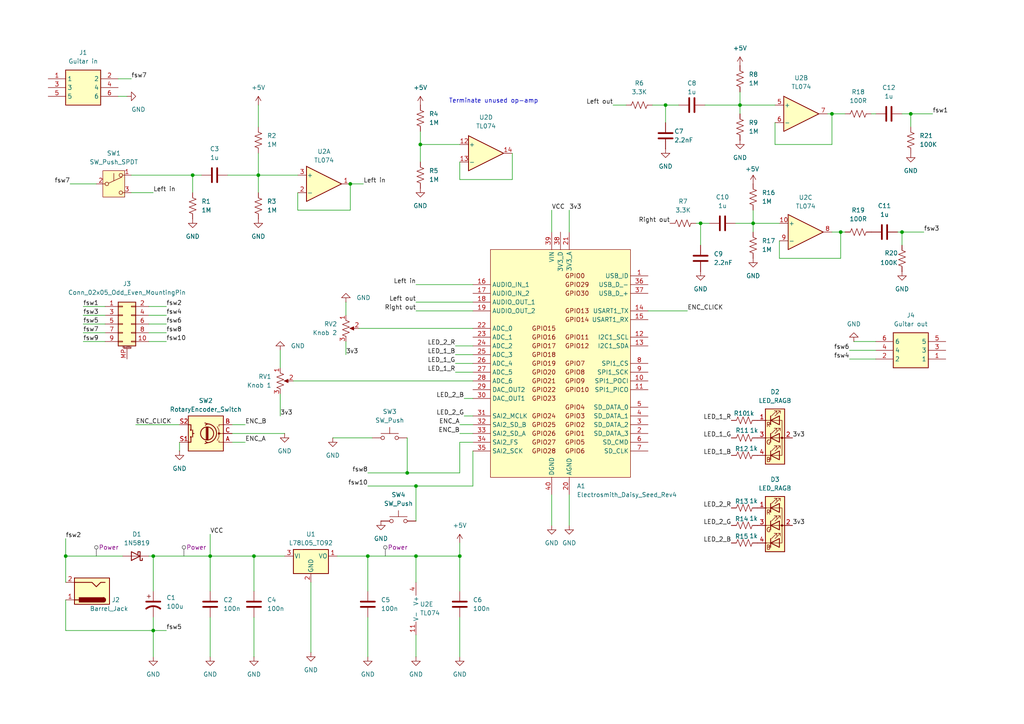
<source format=kicad_sch>
(kicad_sch (version 20250114) (generator "eeschema") (generator_version "9.0")
  (paper "A4")
  (title_block (title "Podal") (date "2025-09-17") (rev "0.6"))
  (lib_symbols
    (symbol "+5V_1" (power) (pin_numbers (hide yes)) (pin_names (offset 0) (hide yes))
      (property "Value" "+5V" (at 0 3.556 0))
      (symbol "+5V_1_1_1"
        (pin power_in line (at 0 0 90) (length 0) (name "~") (number "1"))
      )
    )
    (symbol "+5V_2" (power) (pin_numbers (hide yes)) (pin_names (offset 0) (hide yes))
      (property "Value" "+5V" (at 0 3.556 0))
      (symbol "+5V_2_1_1"
        (pin power_in line (at 0 0 90) (length 0) (name "~") (number "1"))
      )
    )
    (symbol "+5V_3" (power) (pin_numbers (hide yes)) (pin_names (offset 0) (hide yes))
      (property "Value" "+5V" (at 0 3.556 0))
      (symbol "+5V_3_1_1"
        (pin power_in line (at 0 0 90) (length 0) (name "~") (number "1"))
      )
    )
    (symbol "+5V_4" (power) (pin_numbers (hide yes)) (pin_names (offset 0) (hide yes))
      (property "Value" "+5V" (at 0 3.556 0))
      (symbol "+5V_4_1_1"
        (pin power_in line (at 0 0 90) (length 0) (name "~") (number "1"))
      )
    )
    (symbol "Amplifier_Operational:TL074" (pin_names (offset 0.127))
      (property "Reference" "U" (at 0 5.08 0))
      (property "Value" "TL074" (at 0 -5.08 0))
      (symbol "TL074_1_1"
        (pin input line (at -7.62 2.54 0) (length 2.54) (name "+") (number "3"))
        (pin input line (at -7.62 -2.54 0) (length 2.54) (name "-") (number "2"))
        (pin output line (at 7.62 0 180) (length 2.54) (name "~") (number "1"))
      )
      (symbol "TL074_2_1"
        (pin input line (at -7.62 2.54 0) (length 2.54) (name "+") (number "5"))
        (pin input line (at -7.62 -2.54 0) (length 2.54) (name "-") (number "6"))
        (pin output line (at 7.62 0 180) (length 2.54) (name "~") (number "7"))
      )
      (symbol "TL074_3_1"
        (pin input line (at -7.62 2.54 0) (length 2.54) (name "+") (number "10"))
        (pin input line (at -7.62 -2.54 0) (length 2.54) (name "-") (number "9"))
        (pin output line (at 7.62 0 180) (length 2.54) (name "~") (number "8"))
      )
      (symbol "TL074_4_1"
        (pin input line (at -7.62 2.54 0) (length 2.54) (name "+") (number "12"))
        (pin input line (at -7.62 -2.54 0) (length 2.54) (name "-") (number "13"))
        (pin output line (at 7.62 0 180) (length 2.54) (name "~") (number "14"))
      )
      (symbol "TL074_5_1"
        (pin power_in line (at -2.54 7.62 270) (length 3.81) (name "V+") (number "4"))
        (pin power_in line (at -2.54 -7.62 90) (length 3.81) (name "V-") (number "11"))
      )
    )
    (symbol "Connector:Barrel_Jack" (pin_names (offset 1.016))
      (property "Reference" "J" (at 0 5.334 0))
      (property "Value" "Barrel_Jack" (at 0 -5.08 0))
      (symbol "Barrel_Jack_1_1"
        (pin passive line (at 7.62 2.54 180) (length 2.54) (name "~") (number "1"))
        (pin passive line (at 7.62 -2.54 180) (length 2.54) (name "~") (number "2"))
      )
    )
    (symbol "Connector_Generic_MountingPin:Conn_02x05_Odd_Even_MountingPin" (pin_names (offset 1.016) (hide yes))
      (property "Reference" "J" (at 1.27 7.62 0))
      (property "Value" "Conn_02x05_Odd_Even_MountingPin" (at 2.54 -7.62 0))
      (symbol "Conn_02x05_Odd_Even_MountingPin_1_1"
        (text "Mounting" (at 1.27 -6.731 0) (effects (font (size 0.381 0.381))))
        (pin passive line (at -5.08 5.08 0) (length 3.81) (name "Pin_1") (number "1"))
        (pin passive line (at -5.08 2.54 0) (length 3.81) (name "Pin_3") (number "3"))
        (pin passive line (at -5.08 0 0) (length 3.81) (name "Pin_5") (number "5"))
        (pin passive line (at -5.08 -2.54 0) (length 3.81) (name "Pin_7") (number "7"))
        (pin passive line (at -5.08 -5.08 0) (length 3.81) (name "Pin_9") (number "9"))
        (pin passive line (at 1.27 -10.16 90) (length 3.048) (name "MountPin") (number "MP"))
        (pin passive line (at 7.62 5.08 180) (length 3.81) (name "Pin_2") (number "2"))
        (pin passive line (at 7.62 2.54 180) (length 3.81) (name "Pin_4") (number "4"))
        (pin passive line (at 7.62 0 180) (length 3.81) (name "Pin_6") (number "6"))
        (pin passive line (at 7.62 -2.54 180) (length 3.81) (name "Pin_8") (number "8"))
        (pin passive line (at 7.62 -5.08 180) (length 3.81) (name "Pin_10") (number "10"))
      )
    )
    (symbol "Device:C" (pin_numbers (hide yes)) (pin_names (offset 0.254))
      (property "Reference" "C" (at 0.635 2.54 0))
      (property "Value" "C" (at 0.635 -2.54 0))
      (symbol "C_1_1"
        (pin passive line (at 0 3.81 270) (length 2.794) (name "~") (number "1"))
        (pin passive line (at 0 -3.81 90) (length 2.794) (name "~") (number "2"))
      )
    )
    (symbol "Device:C_Polarized_US" (pin_numbers (hide yes)) (pin_names (offset 0.254) (hide yes))
      (property "Reference" "C" (at 0.635 2.54 0))
      (property "Value" "C_Polarized_US" (at 0.635 -2.54 0))
      (symbol "C_Polarized_US_1_1"
        (pin passive line (at 0 3.81 270) (length 2.794) (name "~") (number "1"))
        (pin passive line (at 0 -3.81 90) (length 3.302) (name "~") (number "2"))
      )
    )
    (symbol "Device:LED_RAGB" (pin_names (offset 0) (hide yes))
      (property "Reference" "D" (at 0 9.398 0))
      (property "Value" "LED_RAGB" (at 0 -8.89 0))
      (symbol "LED_RAGB_0_0"
        (text "R" (at -1.905 3.81 0) (effects (font (size 1.27 1.27))))
        (text "G" (at -1.905 -1.27 0) (effects (font (size 1.27 1.27))))
        (text "B" (at -1.905 -6.35 0) (effects (font (size 1.27 1.27))))
      )
      (symbol "LED_RAGB_1_1"
        (pin passive line (at -5.08 5.08 0) (length 2.54) (name "RK") (number "1"))
        (pin passive line (at -5.08 0 0) (length 2.54) (name "GK") (number "3"))
        (pin passive line (at -5.08 -5.08 0) (length 2.54) (name "BK") (number "4"))
        (pin passive line (at 5.08 0 180) (length 2.54) (name "A") (number "2"))
      )
    )
    (symbol "Device:R_Potentiometer_US" (pin_names (offset 1.016) (hide yes))
      (property "Reference" "RV" (at -4.445 0 90))
      (property "Value" "R_Potentiometer_US" (at -2.54 0 90))
      (symbol "R_Potentiometer_US_1_1"
        (pin passive line (at 0 3.81 270) (length 1.27) (name "1") (number "1"))
        (pin passive line (at 0 -3.81 90) (length 1.27) (name "3") (number "3"))
        (pin passive line (at 3.81 0 180) (length 1.27) (name "2") (number "2"))
      )
    )
    (symbol "Device:R_US" (pin_numbers (hide yes)) (pin_names (offset 0))
      (property "Reference" "R" (at 2.54 0 90))
      (property "Value" "R_US" (at -2.54 0 90))
      (symbol "R_US_1_1"
        (pin passive line (at 0 3.81 270) (length 1.27) (name "~") (number "1"))
        (pin passive line (at 0 -3.81 90) (length 1.27) (name "~") (number "2"))
      )
    )
    (symbol "Device:RotaryEncoder_Switch" (pin_names (offset 0.254) (hide yes))
      (property "Reference" "SW" (at 0 6.604 0))
      (property "Value" "RotaryEncoder_Switch" (at 0 -6.604 0))
      (symbol "RotaryEncoder_Switch_1_1"
        (pin passive line (at -7.62 2.54 0) (length 2.54) (name "A") (number "A"))
        (pin passive line (at -7.62 0 0) (length 2.54) (name "C") (number "C"))
        (pin passive line (at -7.62 -2.54 0) (length 2.54) (name "B") (number "B"))
        (pin passive line (at 7.62 2.54 180) (length 2.54) (name "S1") (number "S1"))
        (pin passive line (at 7.62 -2.54 180) (length 2.54) (name "S2") (number "S2"))
      )
    )
    (symbol "Diode:1N5819" (pin_numbers (hide yes)) (pin_names (offset 1.016) (hide yes))
      (property "Reference" "D" (at 0 2.54 0))
      (property "Value" "1N5819" (at 0 -2.54 0))
      (symbol "1N5819_1_1"
        (pin passive line (at -3.81 0 0) (length 2.54) (name "K") (number "1"))
        (pin passive line (at 3.81 0 180) (length 2.54) (name "A") (number "2"))
      )
    )
    (symbol "GND_1" (power) (pin_numbers (hide yes)) (pin_names (offset 0) (hide yes))
      (property "Value" "GND" (at 0 -3.81 0))
      (symbol "GND_1_1_1"
        (pin power_in line (at 0 0 270) (length 0) (name "~") (number "1"))
      )
    )
    (symbol "GND_10" (power) (pin_numbers (hide yes)) (pin_names (offset 0) (hide yes))
      (property "Value" "GND" (at 0 -3.81 0))
      (symbol "GND_10_1_1"
        (pin power_in line (at 0 0 270) (length 0) (name "~") (number "1"))
      )
    )
    (symbol "GND_11" (power) (pin_numbers (hide yes)) (pin_names (offset 0) (hide yes))
      (property "Value" "GND" (at 0 -3.81 0))
      (symbol "GND_11_1_1"
        (pin power_in line (at 0 0 270) (length 0) (name "~") (number "1"))
      )
    )
    (symbol "GND_12" (power) (pin_numbers (hide yes)) (pin_names (offset 0) (hide yes))
      (property "Value" "GND" (at 0 -3.81 0))
      (symbol "GND_12_1_1"
        (pin power_in line (at 0 0 270) (length 0) (name "~") (number "1"))
      )
    )
    (symbol "GND_13" (power) (pin_numbers (hide yes)) (pin_names (offset 0) (hide yes))
      (property "Value" "GND" (at 0 -3.81 0))
      (symbol "GND_13_1_1"
        (pin power_in line (at 0 0 270) (length 0) (name "~") (number "1"))
      )
    )
    (symbol "GND_15" (power) (pin_numbers (hide yes)) (pin_names (offset 0) (hide yes))
      (property "Value" "GND" (at 0 -3.81 0))
      (symbol "GND_15_1_1"
        (pin power_in line (at 0 0 270) (length 0) (name "~") (number "1"))
      )
    )
    (symbol "GND_16" (power) (pin_numbers (hide yes)) (pin_names (offset 0) (hide yes))
      (property "Value" "GND" (at 0 -3.81 0))
      (symbol "GND_16_1_1"
        (pin power_in line (at 0 0 270) (length 0) (name "~") (number "1"))
      )
    )
    (symbol "GND_17" (power) (pin_numbers (hide yes)) (pin_names (offset 0) (hide yes))
      (property "Value" "GND" (at 0 -3.81 0))
      (symbol "GND_17_1_1"
        (pin power_in line (at 0 0 270) (length 0) (name "~") (number "1"))
      )
    )
    (symbol "GND_18" (power) (pin_numbers (hide yes)) (pin_names (offset 0) (hide yes))
      (property "Value" "GND" (at 0 -3.81 0))
      (symbol "GND_18_1_1"
        (pin power_in line (at 0 0 270) (length 0) (name "~") (number "1"))
      )
    )
    (symbol "GND_19" (power) (pin_numbers (hide yes)) (pin_names (offset 0) (hide yes))
      (property "Value" "GND" (at 0 -3.81 0))
      (symbol "GND_19_1_1"
        (pin power_in line (at 0 0 270) (length 0) (name "~") (number "1"))
      )
    )
    (symbol "GND_2" (power) (pin_numbers (hide yes)) (pin_names (offset 0) (hide yes))
      (property "Value" "GND" (at 0 -3.81 0))
      (symbol "GND_2_1_1"
        (pin power_in line (at 0 0 270) (length 0) (name "~") (number "1"))
      )
    )
    (symbol "GND_20" (power) (pin_numbers (hide yes)) (pin_names (offset 0) (hide yes))
      (property "Value" "GND" (at 0 -3.81 0))
      (symbol "GND_20_1_1"
        (pin power_in line (at 0 0 270) (length 0) (name "~") (number "1"))
      )
    )
    (symbol "GND_21" (power) (pin_numbers (hide yes)) (pin_names (offset 0) (hide yes))
      (property "Value" "GND" (at 0 -3.81 0))
      (symbol "GND_21_1_1"
        (pin power_in line (at 0 0 270) (length 0) (name "~") (number "1"))
      )
    )
    (symbol "GND_22" (power) (pin_numbers (hide yes)) (pin_names (offset 0) (hide yes))
      (property "Value" "GND" (at 0 -3.81 0))
      (symbol "GND_22_1_1"
        (pin power_in line (at 0 0 270) (length 0) (name "~") (number "1"))
      )
    )
    (symbol "GND_23" (power) (pin_numbers (hide yes)) (pin_names (offset 0) (hide yes))
      (property "Value" "GND" (at 0 -3.81 0))
      (symbol "GND_23_1_1"
        (pin power_in line (at 0 0 270) (length 0) (name "~") (number "1"))
      )
    )
    (symbol "GND_24" (power) (pin_numbers (hide yes)) (pin_names (offset 0) (hide yes))
      (property "Value" "GND" (at 0 -3.81 0))
      (symbol "GND_24_1_1"
        (pin power_in line (at 0 0 270) (length 0) (name "~") (number "1"))
      )
    )
    (symbol "GND_25" (power) (pin_numbers (hide yes)) (pin_names (offset 0) (hide yes))
      (property "Value" "GND" (at 0 -3.81 0))
      (symbol "GND_25_1_1"
        (pin power_in line (at 0 0 270) (length 0) (name "~") (number "1"))
      )
    )
    (symbol "GND_3" (power) (pin_numbers (hide yes)) (pin_names (offset 0) (hide yes))
      (property "Value" "GND" (at 0 -3.81 0))
      (symbol "GND_3_1_1"
        (pin power_in line (at 0 0 270) (length 0) (name "~") (number "1"))
      )
    )
    (symbol "GND_4" (power) (pin_numbers (hide yes)) (pin_names (offset 0) (hide yes))
      (property "Value" "GND" (at 0 -3.81 0))
      (symbol "GND_4_1_1"
        (pin power_in line (at 0 0 270) (length 0) (name "~") (number "1"))
      )
    )
    (symbol "GND_5" (power) (pin_numbers (hide yes)) (pin_names (offset 0) (hide yes))
      (property "Value" "GND" (at 0 -3.81 0))
      (symbol "GND_5_1_1"
        (pin power_in line (at 0 0 270) (length 0) (name "~") (number "1"))
      )
    )
    (symbol "GND_6" (power) (pin_numbers (hide yes)) (pin_names (offset 0) (hide yes))
      (property "Value" "GND" (at 0 -3.81 0))
      (symbol "GND_6_1_1"
        (pin power_in line (at 0 0 270) (length 0) (name "~") (number "1"))
      )
    )
    (symbol "GND_7" (power) (pin_numbers (hide yes)) (pin_names (offset 0) (hide yes))
      (property "Value" "GND" (at 0 -3.81 0))
      (symbol "GND_7_1_1"
        (pin power_in line (at 0 0 270) (length 0) (name "~") (number "1"))
      )
    )
    (symbol "GND_8" (power) (pin_numbers (hide yes)) (pin_names (offset 0) (hide yes))
      (property "Value" "GND" (at 0 -3.81 0))
      (symbol "GND_8_1_1"
        (pin power_in line (at 0 0 270) (length 0) (name "~") (number "1"))
      )
    )
    (symbol "GND_9" (power) (pin_numbers (hide yes)) (pin_names (offset 0) (hide yes))
      (property "Value" "GND" (at 0 -3.81 0))
      (symbol "GND_9_1_1"
        (pin power_in line (at 0 0 270) (length 0) (name "~") (number "1"))
      )
    )
    (symbol "MCU_Module:Electrosmith_Daisy_Seed_Rev4"
      (property "Reference" "A" (at -20.32 34.29 0))
      (property "Value" "Electrosmith_Daisy_Seed_Rev4" (at 33.02 34.29 0))
      (symbol "Electrosmith_Daisy_Seed_Rev4_0_0"
        (text "GPIO15" (at -1.27 10.16 0) (effects (font (size 1.27 1.27)) (justify right)))
        (text "GPIO16" (at -1.27 7.62 0) (effects (font (size 1.27 1.27)) (justify right)))
        (text "GPIO17" (at -1.27 5.08 0) (effects (font (size 1.27 1.27)) (justify right)))
        (text "GPIO18" (at -1.27 2.54 0) (effects (font (size 1.27 1.27)) (justify right)))
        (text "GPIO19" (at -1.27 0 0) (effects (font (size 1.27 1.27)) (justify right)))
        (text "GPIO20" (at -1.27 -2.54 0) (effects (font (size 1.27 1.27)) (justify right)))
        (text "GPIO21" (at -1.27 -5.08 0) (effects (font (size 1.27 1.27)) (justify right)))
        (text "GPIO22" (at -1.27 -7.62 0) (effects (font (size 1.27 1.27)) (justify right)))
        (text "GPIO23" (at -1.27 -10.16 0) (effects (font (size 1.27 1.27)) (justify right)))
        (text "GPIO24" (at -1.27 -15.24 0) (effects (font (size 1.27 1.27)) (justify right)))
        (text "GPIO25" (at -1.27 -17.78 0) (effects (font (size 1.27 1.27)) (justify right)))
        (text "GPIO26" (at -1.27 -20.32 0) (effects (font (size 1.27 1.27)) (justify right)))
        (text "GPIO27" (at -1.27 -22.86 0) (effects (font (size 1.27 1.27)) (justify right)))
        (text "GPIO28" (at -1.27 -25.4 0) (effects (font (size 1.27 1.27)) (justify right)))
        (text "GPIO0" (at 1.27 25.4 0) (effects (font (size 1.27 1.27)) (justify left)))
        (text "GPIO29" (at 1.27 22.86 0) (effects (font (size 1.27 1.27)) (justify left)))
        (text "GPIO30" (at 1.27 20.32 0) (effects (font (size 1.27 1.27)) (justify left)))
        (text "GPIO13" (at 1.27 15.24 0) (effects (font (size 1.27 1.27)) (justify left)))
        (text "GPIO14" (at 1.27 12.7 0) (effects (font (size 1.27 1.27)) (justify left)))
        (text "GPIO11" (at 1.27 7.62 0) (effects (font (size 1.27 1.27)) (justify left)))
        (text "GPIO12" (at 1.27 5.08 0) (effects (font (size 1.27 1.27)) (justify left)))
        (text "GPIO7" (at 1.27 0 0) (effects (font (size 1.27 1.27)) (justify left)))
        (text "GPIO8" (at 1.27 -2.54 0) (effects (font (size 1.27 1.27)) (justify left)))
        (text "GPIO9" (at 1.27 -5.08 0) (effects (font (size 1.27 1.27)) (justify left)))
        (text "GPIO10" (at 1.27 -7.62 0) (effects (font (size 1.27 1.27)) (justify left)))
        (text "GPIO4" (at 1.27 -12.7 0) (effects (font (size 1.27 1.27)) (justify left)))
        (text "GPIO3" (at 1.27 -15.24 0) (effects (font (size 1.27 1.27)) (justify left)))
        (text "GPIO2" (at 1.27 -17.78 0) (effects (font (size 1.27 1.27)) (justify left)))
        (text "GPIO1" (at 1.27 -20.32 0) (effects (font (size 1.27 1.27)) (justify left)))
        (text "GPIO5" (at 1.27 -22.86 0) (effects (font (size 1.27 1.27)) (justify left)))
        (text "GPIO6" (at 1.27 -25.4 0) (effects (font (size 1.27 1.27)) (justify left)))
        (pin input line (at -25.4 22.86 0) (length 5.08) (name "AUDIO_IN_1") (number "16"))
        (pin input line (at -25.4 20.32 0) (length 5.08) (name "AUDIO_IN_2") (number "17"))
        (pin output line (at -25.4 17.78 0) (length 5.08) (name "AUDIO_OUT_1") (number "18"))
        (pin output line (at -25.4 15.24 0) (length 5.08) (name "AUDIO_OUT_2") (number "19"))
        (pin bidirectional line (at -25.4 10.16 0) (length 5.08) (name "ADC_0") (number "22"))
        (pin bidirectional line (at -25.4 7.62 0) (length 5.08) (name "ADC_1") (number "23"))
        (pin bidirectional line (at -25.4 5.08 0) (length 5.08) (name "ADC_2") (number "24"))
        (pin bidirectional line (at -25.4 2.54 0) (length 5.08) (name "ADC_3") (number "25"))
        (pin bidirectional line (at -25.4 0 0) (length 5.08) (name "ADC_4") (number "26"))
        (pin bidirectional line (at -25.4 -2.54 0) (length 5.08) (name "ADC_5") (number "27"))
        (pin bidirectional line (at -25.4 -5.08 0) (length 5.08) (name "ADC_6") (number "28"))
        (pin bidirectional line (at -25.4 -7.62 0) (length 5.08) (name "DAC_OUT2") (number "29"))
        (pin bidirectional line (at -25.4 -10.16 0) (length 5.08) (name "DAC_OUT1") (number "30"))
        (pin bidirectional line (at -25.4 -15.24 0) (length 5.08) (name "SAI2_MCLK") (number "31"))
        (pin bidirectional line (at -25.4 -17.78 0) (length 5.08) (name "SAI2_SD_B") (number "32"))
        (pin bidirectional line (at -25.4 -20.32 0) (length 5.08) (name "SAI2_SD_A") (number "33"))
        (pin bidirectional line (at -25.4 -22.86 0) (length 5.08) (name "SAI2_FS") (number "34"))
        (pin bidirectional line (at -25.4 -25.4 0) (length 5.08) (name "SAI2_SCK") (number "35"))
        (pin power_in line (at -2.54 38.1 270) (length 5.08) (name "VIN") (number "39"))
        (pin power_in line (at -2.54 -38.1 90) (length 5.08) (name "DGND") (number "40"))
        (pin power_out line (at 0 38.1 270) (length 5.08) (name "3V3_D") (number "38"))
        (pin power_out line (at 2.54 38.1 270) (length 5.08) (name "3V3_A") (number "21"))
        (pin power_in line (at 2.54 -38.1 90) (length 5.08) (name "AGND") (number "20"))
        (pin bidirectional line (at 25.4 25.4 180) (length 5.08) (name "USB_ID") (number "1"))
        (pin bidirectional line (at 25.4 22.86 180) (length 5.08) (name "USB_D_-") (number "36"))
        (pin bidirectional line (at 25.4 20.32 180) (length 5.08) (name "USB_D_+") (number "37"))
        (pin bidirectional line (at 25.4 15.24 180) (length 5.08) (name "USART1_TX") (number "14"))
        (pin bidirectional line (at 25.4 12.7 180) (length 5.08) (name "USART1_RX") (number "15"))
        (pin bidirectional line (at 25.4 7.62 180) (length 5.08) (name "I2C1_SCL") (number "12"))
        (pin bidirectional line (at 25.4 5.08 180) (length 5.08) (name "I2C1_SDA") (number "13"))
        (pin bidirectional line (at 25.4 0 180) (length 5.08) (name "SPI1_CS") (number "8"))
        (pin bidirectional line (at 25.4 -2.54 180) (length 5.08) (name "SPI1_SCK") (number "9"))
        (pin bidirectional line (at 25.4 -5.08 180) (length 5.08) (name "SPI1_POCI") (number "10"))
        (pin bidirectional line (at 25.4 -7.62 180) (length 5.08) (name "SPI1_PICO") (number "11"))
        (pin bidirectional line (at 25.4 -12.7 180) (length 5.08) (name "SD_DATA_0") (number "5"))
        (pin bidirectional line (at 25.4 -15.24 180) (length 5.08) (name "SD_DATA_1") (number "4"))
        (pin bidirectional line (at 25.4 -17.78 180) (length 5.08) (name "SD_DATA_2") (number "3"))
        (pin bidirectional line (at 25.4 -20.32 180) (length 5.08) (name "SD_DATA_3") (number "2"))
        (pin bidirectional line (at 25.4 -22.86 180) (length 5.08) (name "SD_CMD") (number "6"))
        (pin bidirectional line (at 25.4 -25.4 180) (length 5.08) (name "SD_CLK") (number "7"))
      )
    )
    (symbol "NYS215:NYS215"
      (property "Reference" "J" (at 16.51 7.62 0))
      (property "Value" "NYS215" (at 16.51 5.08 0))
      (symbol "NYS215_1_1"
        (pin passive line (at 0 0 0) (length 5.08) (name "1") (number "1"))
        (pin passive line (at 0 -2.54 0) (length 5.08) (name "3") (number "3"))
        (pin passive line (at 0 -5.08 0) (length 5.08) (name "5") (number "5"))
        (pin passive line (at 20.32 0 180) (length 5.08) (name "2") (number "2"))
        (pin passive line (at 20.32 -2.54 180) (length 5.08) (name "4") (number "4"))
        (pin passive line (at 20.32 -5.08 180) (length 5.08) (name "6") (number "6"))
      )
    )
    (symbol "Regulator_Linear:L78L05_TO92" (pin_names (offset 0.254))
      (property "Reference" "U" (at -3.81 3.175 0))
      (property "Value" "L78L05_TO92" (at 0 3.175 0))
      (symbol "L78L05_TO92_1_1"
        (pin power_in line (at -7.62 0 0) (length 2.54) (name "VI") (number "3"))
        (pin power_in line (at 0 -7.62 90) (length 2.54) (name "GND") (number "2"))
        (pin power_out line (at 7.62 0 180) (length 2.54) (name "VO") (number "1"))
      )
    )
    (symbol "Switch:SW_Push" (pin_numbers (hide yes)) (pin_names (offset 1.016) (hide yes))
      (property "Reference" "SW" (at 1.27 2.54 0))
      (property "Value" "SW_Push" (at 0 -1.524 0))
      (symbol "SW_Push_0_1"
        (pin passive line (at -5.08 0 0) (length 2.54) (name "1") (number "1"))
        (pin passive line (at 5.08 0 180) (length 2.54) (name "2") (number "2"))
      )
    )
    (symbol "Switch:SW_Push_SPDT" (pin_names (offset 0) (hide yes))
      (property "Reference" "SW" (at 0 5.08 0))
      (property "Value" "SW_Push_SPDT" (at 0 -5.08 0))
      (symbol "SW_Push_SPDT_1_1"
        (pin passive line (at -5.08 0 0) (length 2.54) (name "B") (number "2"))
        (pin passive line (at 5.08 2.54 180) (length 2.54) (name "A") (number "1"))
        (pin passive line (at 5.08 -2.54 180) (length 2.54) (name "C") (number "3"))
      )
    )
    (symbol "power:+5V" (power) (pin_numbers (hide yes)) (pin_names (offset 0) (hide yes))
      (property "Value" "+5V" (at 0 3.556 0))
      (symbol "+5V_1_1"
        (pin power_in line (at 0 0 90) (length 0) (name "~") (number "1"))
      )
    )
  )
  (text "Terminate unused op-amp" (at 130.175 30.099 0) (effects (font (size 1.27 1.27)) (justify left bottom)))
  (junction (at 261.62 67.31))
  (junction (at 55.88 50.8))
  (junction (at 60.96 161.29))
  (junction (at 214.63 30.48))
  (junction (at 218.44 64.77))
  (junction (at 44.45 182.88))
  (junction (at 193.04 30.48))
  (junction (at 243.84 67.31))
  (junction (at 106.68 161.29))
  (junction (at 203.2 64.77))
  (junction (at 121.92 41.91))
  (junction (at 101.6 53.34))
  (junction (at 241.3 33.02))
  (junction (at 120.65 161.29))
  (junction (at 118.11 137.16))
  (junction (at 74.93 50.8))
  (junction (at 120.65 140.97))
  (junction (at 19.05 161.29))
  (junction (at 264.16 33.02))
  (junction (at 44.45 161.29))
  (junction (at 73.66 161.29))
  (junction (at 133.35 161.29))
  (wire (pts (xy 214.63 26.67) (xy 214.63 30.48)))
  (wire (pts (xy 55.88 50.8) (xy 55.88 55.88)))
  (wire (pts (xy 252.73 33.02) (xy 254 33.02)))
  (wire (pts (xy 43.18 93.98) (xy 48.26 93.98)))
  (wire (pts (xy 24.13 91.44) (xy 30.48 91.44)))
  (wire (pts (xy 74.93 50.8) (xy 74.93 55.88)))
  (wire (pts (xy 133.35 157.48) (xy 133.35 161.29)))
  (wire (pts (xy 73.66 179.07) (xy 73.66 190.5)))
  (wire (pts (xy 96.52 127) (xy 107.95 127)))
  (wire (pts (xy 132.08 102.87) (xy 137.16 102.87)))
  (wire (pts (xy 177.8 30.48) (xy 181.61 30.48)))
  (wire (pts (xy 52.07 128.27) (xy 52.07 130.81)))
  (wire (pts (xy 39.37 123.19) (xy 52.07 123.19)))
  (wire (pts (xy 224.79 41.91) (xy 241.3 41.91)))
  (wire (pts (xy 132.08 100.33) (xy 137.16 100.33)))
  (wire (pts (xy 264.16 33.02) (xy 264.16 36.83)))
  (wire (pts (xy 43.18 99.06) (xy 48.26 99.06)))
  (wire (pts (xy 218.44 64.77) (xy 226.06 64.77)))
  (wire (pts (xy 106.68 137.16) (xy 118.11 137.16)))
  (wire (pts (xy 241.3 33.02) (xy 245.11 33.02)))
  (wire (pts (xy 74.93 30.48) (xy 74.93 36.83)))
  (wire (pts (xy 121.92 38.1) (xy 121.92 41.91)))
  (wire (pts (xy 60.96 161.29) (xy 60.96 171.45)))
  (wire (pts (xy 86.36 60.96) (xy 101.6 60.96)))
  (wire (pts (xy 74.93 50.8) (xy 86.36 50.8)))
  (wire (pts (xy 19.05 173.99) (xy 19.05 182.88)))
  (wire (pts (xy 67.31 125.73) (xy 82.55 125.73)))
  (wire (pts (xy 246.38 101.6) (xy 254 101.6)))
  (wire (pts (xy 44.45 182.88) (xy 44.45 190.5)))
  (wire (pts (xy 160.02 60.96) (xy 160.02 67.31)))
  (wire (pts (xy 137.16 130.81) (xy 137.16 140.97)))
  (wire (pts (xy 106.68 161.29) (xy 106.68 171.45)))
  (wire (pts (xy 34.29 22.86) (xy 38.1 22.86)))
  (wire (pts (xy 24.13 88.9) (xy 30.48 88.9)))
  (wire (pts (xy 133.35 125.73) (xy 137.16 125.73)))
  (wire (pts (xy 133.35 161.29) (xy 133.35 171.45)))
  (wire (pts (xy 247.65 99.06) (xy 254 99.06)))
  (wire (pts (xy 101.6 53.34) (xy 105.41 53.34)))
  (wire (pts (xy 260.35 67.31) (xy 261.62 67.31)))
  (wire (pts (xy 243.84 67.31) (xy 243.84 74.93)))
  (wire (pts (xy 85.09 110.49) (xy 137.16 110.49)))
  (wire (pts (xy 218.44 60.96) (xy 218.44 64.77)))
  (wire (pts (xy 132.08 107.95) (xy 137.16 107.95)))
  (wire (pts (xy 81.28 114.3) (xy 81.28 120.65)))
  (wire (pts (xy 100.33 87.63) (xy 100.33 91.44)))
  (wire (pts (xy 43.18 96.52) (xy 48.26 96.52)))
  (wire (pts (xy 218.44 64.77) (xy 218.44 67.31)))
  (wire (pts (xy 104.14 95.25) (xy 137.16 95.25)))
  (wire (pts (xy 73.66 161.29) (xy 73.66 171.45)))
  (wire (pts (xy 134.62 120.65) (xy 137.16 120.65)))
  (wire (pts (xy 120.65 140.97) (xy 120.65 151.13)))
  (wire (pts (xy 193.04 30.48) (xy 196.85 30.48)))
  (wire (pts (xy 101.6 53.34) (xy 101.6 60.96)))
  (wire (pts (xy 132.08 105.41) (xy 137.16 105.41)))
  (wire (pts (xy 137.16 128.27) (xy 133.35 128.27)))
  (wire (pts (xy 24.13 99.06) (xy 30.48 99.06)))
  (wire (pts (xy 243.84 67.31) (xy 245.11 67.31)))
  (wire (pts (xy 261.62 67.31) (xy 261.62 71.12)))
  (wire (pts (xy 187.96 90.17) (xy 199.39 90.17)))
  (wire (pts (xy 44.45 161.29) (xy 44.45 171.45)))
  (wire (pts (xy 121.92 41.91) (xy 121.92 46.99)))
  (wire (pts (xy 134.62 115.57) (xy 137.16 115.57)))
  (wire (pts (xy 24.13 96.52) (xy 30.48 96.52)))
  (wire (pts (xy 240.03 33.02) (xy 241.3 33.02)))
  (wire (pts (xy 120.65 90.17) (xy 137.16 90.17)))
  (wire (pts (xy 43.18 161.29) (xy 44.45 161.29)))
  (wire (pts (xy 133.35 179.07) (xy 133.35 190.5)))
  (wire (pts (xy 213.36 64.77) (xy 218.44 64.77)))
  (wire (pts (xy 66.04 50.8) (xy 74.93 50.8)))
  (wire (pts (xy 44.45 161.29) (xy 60.96 161.29)))
  (wire (pts (xy 226.06 74.93) (xy 243.84 74.93)))
  (wire (pts (xy 106.68 161.29) (xy 120.65 161.29)))
  (wire (pts (xy 121.92 41.91) (xy 133.35 41.91)))
  (wire (pts (xy 246.38 104.14) (xy 254 104.14)))
  (wire (pts (xy 203.2 64.77) (xy 203.2 71.12)))
  (wire (pts (xy 19.05 161.29) (xy 35.56 161.29)))
  (wire (pts (xy 160.02 143.51) (xy 160.02 152.4)))
  (wire (pts (xy 44.45 182.88) (xy 48.26 182.88)))
  (wire (pts (xy 189.23 30.48) (xy 193.04 30.48)))
  (wire (pts (xy 264.16 33.02) (xy 270.51 33.02)))
  (wire (pts (xy 74.93 44.45) (xy 74.93 50.8)))
  (wire (pts (xy 38.1 55.88) (xy 44.45 55.88)))
  (wire (pts (xy 193.04 30.48) (xy 193.04 35.56)))
  (wire (pts (xy 60.96 161.29) (xy 73.66 161.29)))
  (wire (pts (xy 214.63 30.48) (xy 214.63 33.02)))
  (wire (pts (xy 20.32 53.34) (xy 27.94 53.34)))
  (wire (pts (xy 165.1 143.51) (xy 165.1 152.4)))
  (wire (pts (xy 120.65 87.63) (xy 137.16 87.63)))
  (wire (pts (xy 60.96 154.94) (xy 60.96 161.29)))
  (wire (pts (xy 86.36 55.88) (xy 86.36 60.96)))
  (wire (pts (xy 133.35 46.99) (xy 133.35 52.07)))
  (wire (pts (xy 261.62 67.31) (xy 267.97 67.31)))
  (wire (pts (xy 133.35 52.07) (xy 148.59 52.07)))
  (wire (pts (xy 90.17 168.91) (xy 90.17 189.23)))
  (wire (pts (xy 165.1 60.96) (xy 165.1 67.31)))
  (wire (pts (xy 118.11 137.16) (xy 133.35 137.16)))
  (wire (pts (xy 38.1 50.8) (xy 55.88 50.8)))
  (wire (pts (xy 261.62 33.02) (xy 264.16 33.02)))
  (wire (pts (xy 19.05 161.29) (xy 19.05 168.91)))
  (wire (pts (xy 203.2 64.77) (xy 205.74 64.77)))
  (wire (pts (xy 81.28 101.6) (xy 81.28 106.68)))
  (wire (pts (xy 214.63 30.48) (xy 224.79 30.48)))
  (wire (pts (xy 120.65 140.97) (xy 137.16 140.97)))
  (wire (pts (xy 67.31 128.27) (xy 71.12 128.27)))
  (wire (pts (xy 43.18 88.9) (xy 48.26 88.9)))
  (wire (pts (xy 120.65 82.55) (xy 137.16 82.55)))
  (wire (pts (xy 73.66 161.29) (xy 82.55 161.29)))
  (wire (pts (xy 19.05 156.21) (xy 19.05 161.29)))
  (wire (pts (xy 19.05 182.88) (xy 44.45 182.88)))
  (wire (pts (xy 120.65 161.29) (xy 120.65 168.91)))
  (wire (pts (xy 106.68 140.97) (xy 120.65 140.97)))
  (wire (pts (xy 34.29 27.94) (xy 36.83 27.94)))
  (wire (pts (xy 201.93 64.77) (xy 203.2 64.77)))
  (wire (pts (xy 224.79 35.56) (xy 224.79 41.91)))
  (wire (pts (xy 67.31 123.19) (xy 71.12 123.19)))
  (wire (pts (xy 133.35 123.19) (xy 137.16 123.19)))
  (wire (pts (xy 241.3 33.02) (xy 241.3 41.91)))
  (wire (pts (xy 100.33 99.06) (xy 100.33 102.87)))
  (wire (pts (xy 120.65 161.29) (xy 133.35 161.29)))
  (wire (pts (xy 60.96 179.07) (xy 60.96 190.5)))
  (wire (pts (xy 24.13 93.98) (xy 30.48 93.98)))
  (wire (pts (xy 106.68 179.07) (xy 106.68 190.5)))
  (wire (pts (xy 43.18 91.44) (xy 48.26 91.44)))
  (wire (pts (xy 133.35 128.27) (xy 133.35 137.16)))
  (wire (pts (xy 226.06 69.85) (xy 226.06 74.93)))
  (wire (pts (xy 204.47 30.48) (xy 214.63 30.48)))
  (wire (pts (xy 55.88 50.8) (xy 58.42 50.8)))
  (wire (pts (xy 148.59 52.07) (xy 148.59 44.45)))
  (wire (pts (xy 120.65 184.15) (xy 120.65 190.5)))
  (wire (pts (xy 44.45 179.07) (xy 44.45 182.88)))
  (wire (pts (xy 118.11 127) (xy 118.11 137.16)))
  (wire (pts (xy 97.79 161.29) (xy 106.68 161.29)))
  (wire (pts (xy 241.3 67.31) (xy 243.84 67.31)))
  (label "VCC" (at 160.02 60.96 0))
  (label "3v3" (at 229.87 152.4 0))
  (label "LED_2_R" (at 132.08 100.33 180))
  (label "ENC_CLICK" (at 39.37 123.19 0))
  (label "fsw6" (at 48.26 93.98 0))
  (label "Right out" (at 120.65 90.17 180))
  (label "Left out" (at 177.8 30.48 180))
  (label "ENC_B" (at 133.35 125.73 180))
  (label "ENC_A" (at 71.12 128.27 0))
  (label "LED_1_G" (at 132.08 105.41 180))
  (label "fsw10" (at 106.68 140.97 180))
  (label "fsw3" (at 267.97 67.31 0))
  (label "LED_2_B" (at 212.09 157.48 180))
  (label "Right out" (at 194.31 64.77 180))
  (label "fsw3" (at 24.13 91.44 0))
  (label "LED_2_G" (at 212.09 152.4 180))
  (label "fsw5" (at 24.13 93.98 0))
  (label "fsw1" (at 270.51 33.02 0))
  (label "3v3" (at 165.1 60.96 0))
  (label "fsw10" (at 48.26 99.06 0))
  (label "fsw2" (at 48.26 88.9 0))
  (label "LED_2_G" (at 134.62 120.65 180))
  (label "fsw7" (at 20.32 53.34 180))
  (label "VCC" (at 60.96 154.94 0))
  (label "fsw1" (at 24.13 88.9 0))
  (label "LED_1_R" (at 132.08 107.95 180))
  (label "LED_1_B" (at 132.08 102.87 180))
  (label "Left in" (at 105.41 53.34 0))
  (label "Left in" (at 44.45 55.88 0))
  (label "fsw2" (at 19.05 156.21 0))
  (label "fsw5" (at 48.26 182.88 0))
  (label "fsw9" (at 24.13 99.06 0))
  (label "LED_1_R" (at 212.09 121.92 180))
  (label "fsw7" (at 24.13 96.52 0))
  (label "Left in" (at 120.65 82.55 180))
  (label "LED_1_B" (at 212.09 132.08 180))
  (label "ENC_CLICK" (at 199.39 90.17 0))
  (label "fsw7" (at 38.1 22.86 0))
  (label "fsw4" (at 246.38 104.14 180))
  (label "fsw8" (at 106.68 137.16 180))
  (label "ENC_B" (at 71.12 123.19 0))
  (label "Left out" (at 120.65 87.63 180))
  (label "3v3" (at 81.28 120.65 0))
  (label "LED_2_R" (at 212.09 147.32 180))
  (label "LED_1_G" (at 212.09 127 180))
  (label "LED_2_B" (at 134.62 115.57 180))
  (label "3v3" (at 229.87 127 0))
  (label "fsw6" (at 246.38 101.6 180))
  (label "fsw4" (at 48.26 91.44 0))
  (label "fsw8" (at 48.26 96.52 0))
  (label "ENC_A" (at 133.35 123.19 180))
  (label "3v3" (at 100.33 102.87 0))
  (netclass_flag "" (length 2.54) (shape round) (at 53.34 161.29 0) (property "Netclass" "Power" (at 54.0385 158.75 0) (effects (justify left))))
  (netclass_flag "" (length 2.54) (shape round) (at 111.76 161.29 0) (property "Netclass" "Power" (at 112.4585 158.75 0) (effects (justify left))))
  (netclass_flag "" (length 2.54) (shape round) (at 27.94 161.29 0) (property "Netclass" "Power" (at 28.6385 158.75 0) (effects (justify left))))
  (symbol (lib_name "GND_15") (lib_id "power:GND") (at 203.2 78.74 0) (unit 1)
    (property "Reference" "#PWR024" (effects (hide yes)))
    (property "Value" "GND" (at 203.2 83.82 0))
    (property "Description" "Power symbol creates a global label with name \"GND\" , ground" (effects (hide yes)))
  )
  (symbol (lib_id "Device:R_US") (at 215.9 127 90) (unit 1)
    (property "Reference" "R11" (at 215.265 124.841 90))
    (property "Value" "1k" (at 218.694 124.841 90))
    (property "Footprint" "Resistor_SMD:R_0805_2012Metric" (effects (hide yes)))
  )
  (symbol (lib_id "Device:R_US") (at 215.9 147.32 90) (unit 1)
    (property "Reference" "R13" (at 215.138 145.415 90))
    (property "Value" "1k" (at 218.567 145.288 90))
    (property "Footprint" "Resistor_SMD:R_0805_2012Metric" (effects (hide yes)))
  )
  (symbol (lib_id "Device:LED_RAGB") (at 224.79 127 0) (unit 1)
    (property "Reference" "D2" (at 224.79 113.665 0))
    (property "Value" "LED_RAGB" (at 224.79 116.205 0))
    (property "Footprint" "LED_THT:LED_D5.0mm-4_RGB_Wide_Pins" (effects (hide yes)))
  )
  (symbol (lib_id "Device:R_US") (at 248.92 33.02 90) (unit 1)
    (property "Reference" "R18" (at 248.92 26.67 90))
    (property "Value" "100R" (at 248.92 29.21 90))
    (property "Footprint" "Resistor_SMD:R_0805_2012Metric" (effects (hide yes)))
  )
  (symbol (lib_name "GND_10") (lib_id "power:GND") (at 96.52 127 0) (unit 1)
    (property "Reference" "#PWR012" (effects (hide yes)))
    (property "Value" "GND" (at 96.52 132.08 0))
    (property "Description" "Power symbol creates a global label with name \"GND\" , ground" (effects (hide yes)))
  )
  (symbol (lib_id "Device:RotaryEncoder_Switch") (at 59.69 125.73 180) (unit 1)
    (property "Reference" "SW2" (at 59.69 116.205 0))
    (property "Value" "RotaryEncoder_Switch" (at 59.69 118.745 0))
    (property "Footprint" "Project:RotaryEncoder_Alps_EC12E-Switch_Vertical_H20mm" (effects (hide yes)))
  )
  (symbol (lib_id "Device:R_US") (at 74.93 40.64 0) (unit 1)
    (property "Reference" "R2" (at 77.47 39.37 0) (effects (justify left)))
    (property "Value" "1M" (at 77.47 41.91 0) (effects (justify left)))
    (property "Footprint" "Resistor_SMD:R_0805_2012Metric" (effects (hide yes)))
  )
  (symbol (lib_id "Device:C") (at 200.66 30.48 90) (unit 1)
    (property "Reference" "C8" (at 200.66 24.13 90))
    (property "Value" "1u" (at 200.66 26.67 90))
    (property "Footprint" "Capacitor_SMD:C_0805_2012Metric" (effects (hide yes)))
  )
  (symbol (lib_id "Device:R_US") (at 215.9 132.08 90) (unit 1)
    (property "Reference" "R12" (at 215.138 130.175 90))
    (property "Value" "1k" (at 218.567 130.048 90))
    (property "Footprint" "Resistor_SMD:R_0805_2012Metric" (effects (hide yes)))
  )
  (symbol (lib_name "GND_22") (lib_id "power:GND") (at 120.65 190.5 0) (unit 1)
    (property "Reference" "#PWR016" (effects (hide yes)))
    (property "Value" "GND" (at 120.65 195.58 0))
    (property "Description" "Power symbol creates a global label with name \"GND\" , ground" (effects (hide yes)))
  )
  (symbol (lib_name "+5V_2") (lib_id "power:+5V") (at 121.92 30.48 0) (unit 1)
    (property "Reference" "#PWR017" (effects (hide yes)))
    (property "Value" "+5V" (at 121.92 25.4 0))
    (property "Description" "Power symbol creates a global label with name \"+5V\"" (effects (hide yes)))
  )
  (symbol (lib_name "GND_16") (lib_id "power:GND") (at 214.63 40.64 0) (unit 1)
    (property "Reference" "#PWR026" (effects (hide yes)))
    (property "Value" "GND" (at 214.63 45.72 0))
    (property "Description" "Power symbol creates a global label with name \"GND\" , ground" (effects (hide yes)))
  )
  (symbol (lib_id "Amplifier_Operational:TL074") (at 140.97 44.45 0) (unit 4)
    (property "Reference" "U2" (at 140.97 34.036 0))
    (property "Value" "TL074" (at 140.97 36.576 0))
    (property "Footprint" "Package_SO:SOIC-14_3.9x8.7mm_P1.27mm" (effects (hide yes)))
    (property "Datasheet" "http://www.ti.com/lit/ds/symlink/tl071.pdf" (effects (hide yes)))
  )
  (symbol (lib_name "GND_2") (lib_id "power:GND") (at 55.88 63.5 0) (unit 1)
    (property "Reference" "#PWR04" (effects (hide yes)))
    (property "Value" "GND" (at 55.88 68.58 0))
    (property "Description" "Power symbol creates a global label with name \"GND\" , ground" (effects (hide yes)))
  )
  (symbol (lib_id "Device:R_US") (at 218.44 57.15 0) (unit 1)
    (property "Reference" "R16" (at 220.98 55.88 0) (effects (justify left)))
    (property "Value" "1M" (at 220.98 58.42 0) (effects (justify left)))
    (property "Footprint" "Resistor_SMD:R_0805_2012Metric" (effects (hide yes)))
  )
  (symbol (lib_id "Device:C") (at 106.68 175.26 180) (unit 1)
    (property "Reference" "C5" (at 110.49 173.99 0) (effects (justify right)))
    (property "Value" "100n" (at 110.49 176.53 0) (effects (justify right)))
    (property "Footprint" "Capacitor_SMD:C_0805_2012Metric" (effects (hide yes)))
  )
  (symbol (lib_id "Device:R_US") (at 74.93 59.69 0) (unit 1)
    (property "Reference" "R3" (at 77.47 58.42 0) (effects (justify left)))
    (property "Value" "1M" (at 77.47 60.96 0) (effects (justify left)))
    (property "Footprint" "Resistor_SMD:R_0805_2012Metric" (effects (hide yes)))
  )
  (symbol (lib_id "Amplifier_Operational:TL074") (at 123.19 176.53 0) (unit 5)
    (property "Reference" "U2" (at 121.793 175.26 0) (effects (justify left)))
    (property "Value" "TL074" (at 121.793 177.8 0) (effects (justify left)))
    (property "Footprint" "Package_SO:SOIC-14_3.9x8.7mm_P1.27mm" (effects (hide yes)))
    (property "Datasheet" "http://www.ti.com/lit/ds/symlink/tl071.pdf" (effects (hide yes)))
  )
  (symbol (lib_name "GND_10") (lib_id "power:GND") (at 82.55 125.73 0) (unit 1)
    (property "Reference" "#PWR010" (effects (hide yes)))
    (property "Value" "GND" (at 82.55 130.81 0))
    (property "Description" "Power symbol creates a global label with name \"GND\" , ground" (effects (hide yes)))
  )
  (symbol (lib_name "GND_5") (lib_id "power:GND") (at 73.66 190.5 0) (unit 1)
    (property "Reference" "#PWR06" (effects (hide yes)))
    (property "Value" "GND" (at 73.66 195.58 0))
    (property "Description" "Power symbol creates a global label with name \"GND\" , ground" (effects (hide yes)))
  )
  (symbol (lib_id "Device:R_Potentiometer_US") (at 100.33 95.25 0) (unit 1)
    (property "Reference" "RV2" (at 97.79 93.98 0) (effects (justify right)))
    (property "Value" "Knob 2" (at 97.79 96.52 0) (effects (justify right)))
    (property "Footprint" "Project:Potentiometer_Alps_RK09K_Single_Vertical" (effects (hide yes)))
  )
  (symbol (lib_name "GND_23") (lib_id "power:GND") (at 133.35 190.5 0) (unit 1)
    (property "Reference" "#PWR020" (effects (hide yes)))
    (property "Value" "GND" (at 133.35 195.58 0))
    (property "Description" "Power symbol creates a global label with name \"GND\" , ground" (effects (hide yes)))
  )
  (symbol (lib_id "Amplifier_Operational:TL074") (at 232.41 33.02 0) (unit 2)
    (property "Reference" "U2" (at 232.41 22.606 0))
    (property "Value" "TL074" (at 232.41 25.146 0))
    (property "Footprint" "Package_SO:SOIC-14_3.9x8.7mm_P1.27mm" (effects (hide yes)))
    (property "Datasheet" "http://www.ti.com/lit/ds/symlink/tl071.pdf" (effects (hide yes)))
  )
  (symbol (lib_name "GND_6") (lib_id "power:GND") (at 106.68 190.5 0) (unit 1)
    (property "Reference" "#PWR014" (effects (hide yes)))
    (property "Value" "GND" (at 106.68 195.58 0))
    (property "Description" "Power symbol creates a global label with name \"GND\" , ground" (effects (hide yes)))
  )
  (symbol (lib_name "+5V_1") (lib_id "power:+5V") (at 74.93 30.48 0) (unit 1)
    (property "Reference" "#PWR07" (effects (hide yes)))
    (property "Value" "+5V" (at 74.93 25.4 0))
    (property "Description" "Power symbol creates a global label with name \"+5V\"" (effects (hide yes)))
  )
  (symbol (lib_name "GND_7") (lib_id "power:GND") (at 44.45 190.5 0) (unit 1)
    (property "Reference" "#PWR02" (effects (hide yes)))
    (property "Value" "GND" (at 44.45 195.58 0))
    (property "Description" "Power symbol creates a global label with name \"GND\" , ground" (effects (hide yes)))
  )
  (symbol (lib_id "Switch:SW_Push") (at 115.57 151.13 0) (unit 1)
    (property "Reference" "SW4" (at 115.57 143.51 0))
    (property "Value" "SW_Push" (at 115.57 146.05 0))
    (property "Description" "Push button switch, generic, two pins" (effects (hide yes)))
  )
  (symbol (lib_id "power:+5V") (at 133.35 157.48 0) (unit 1)
    (property "Reference" "#PWR019" (effects (hide yes)))
    (property "Value" "+5V" (at 133.35 152.4 0))
    (property "Description" "Power symbol creates a global label with name \"+5V\"" (effects (hide yes)))
  )
  (symbol (lib_id "Device:LED_RAGB") (at 224.79 152.4 0) (unit 1)
    (property "Reference" "D3" (at 224.79 139.065 0))
    (property "Value" "LED_RAGB" (at 224.79 141.605 0))
    (property "Footprint" "LED_THT:LED_D5.0mm-4_RGB_Wide_Pins" (effects (hide yes)))
  )
  (symbol (lib_id "Device:R_US") (at 218.44 71.12 0) (unit 1)
    (property "Reference" "R17" (at 220.98 69.85 0) (effects (justify left)))
    (property "Value" "1M" (at 220.98 72.39 0) (effects (justify left)))
    (property "Footprint" "Resistor_SMD:R_0805_2012Metric" (effects (hide yes)))
  )
  (symbol (lib_id "Device:C_Polarized_US") (at 44.45 175.26 0) (unit 1)
    (property "Reference" "C1" (at 48.26 173.355 0) (effects (justify left)))
    (property "Value" "100u" (at 48.26 175.895 0) (effects (justify left)))
    (property "Footprint" "Capacitor_THT:C_Radial_D5.0mm_H11.0mm_P2.00mm" (effects (hide yes)))
  )
  (symbol (lib_id "Regulator_Linear:L78L05_TO92") (at 90.17 161.29 0) (unit 1)
    (property "Reference" "U1" (at 90.17 154.94 0))
    (property "Value" "L78L05_TO92" (at 90.17 157.48 0))
    (property "Footprint" "Project:TO-92_Inline_Wide_78L05_dc" (effects (hide yes)))
    (property "Datasheet" "http://www.st.com/content/ccc/resource/technical/document/datasheet/15/55/e5/aa/23/5b/43/fd/CD00000446.pdf/files/CD00000446.pdf/jcr:content/translations/en.CD00000446.pdf" (effects (hide yes)))
  )
  (symbol (lib_name "GND_8") (lib_id "power:GND") (at 60.96 190.5 0) (unit 1)
    (property "Reference" "#PWR05" (effects (hide yes)))
    (property "Value" "GND" (at 60.96 195.58 0))
    (property "Description" "Power symbol creates a global label with name \"GND\" , ground" (effects (hide yes)))
  )
  (symbol (lib_id "Device:C") (at 133.35 175.26 180) (unit 1)
    (property "Reference" "C6" (at 137.16 173.99 0) (effects (justify right)))
    (property "Value" "100n" (at 137.16 176.53 0) (effects (justify right)))
    (property "Footprint" "Capacitor_SMD:C_0805_2012Metric" (effects (hide yes)))
  )
  (symbol (lib_name "GND_10") (lib_id "power:GND") (at 110.49 151.13 0) (unit 1)
    (property "Reference" "#PWR015" (effects (hide yes)))
    (property "Value" "GND" (at 110.49 156.21 0))
    (property "Description" "Power symbol creates a global label with name \"GND\" , ground" (effects (hide yes)))
  )
  (symbol (lib_id "Device:C") (at 209.55 64.77 90) (unit 1)
    (property "Reference" "C10" (at 209.55 57.15 90))
    (property "Value" "1u" (at 209.55 59.69 90))
    (property "Footprint" "Capacitor_SMD:C_0805_2012Metric" (effects (hide yes)))
  )
  (symbol (lib_id "Connector:Barrel_Jack") (at 26.67 171.45 180) (unit 1)
    (property "Reference" "J2" (at 32.385 173.99 0) (effects (justify right)))
    (property "Value" "Barrel_Jack" (at 26.035 176.53 0) (effects (justify right)))
    (property "Footprint" "Connector_BarrelJack:BarrelJack_Horizontal" (effects (hide yes)))
    (property "Description" "DC Barrel Jack" (effects (hide yes)))
  )
  (symbol (lib_id "Device:C") (at 60.96 175.26 180) (unit 1)
    (property "Reference" "C2" (at 64.77 173.99 0) (effects (justify right)))
    (property "Value" "100n" (at 64.77 176.53 0) (effects (justify right)))
    (property "Footprint" "Capacitor_SMD:C_0805_2012Metric" (effects (hide yes)))
  )
  (symbol (lib_id "Switch:SW_Push") (at 113.03 127 0) (unit 1)
    (property "Reference" "SW3" (at 113.03 119.38 0))
    (property "Value" "SW_Push" (at 113.03 121.92 0))
    (property "Description" "Push button switch, generic, two pins" (effects (hide yes)))
  )
  (symbol (lib_id "Device:R_US") (at 198.12 64.77 90) (unit 1)
    (property "Reference" "R7" (at 198.12 58.42 90))
    (property "Value" "3.3K" (at 198.12 60.96 90))
    (property "Footprint" "Resistor_SMD:R_0805_2012Metric" (effects (hide yes)))
  )
  (symbol (lib_id "Amplifier_Operational:TL074") (at 93.98 53.34 0) (unit 1)
    (property "Reference" "U2" (at 93.98 43.942 0))
    (property "Value" "TL074" (at 93.98 46.482 0))
    (property "Footprint" "Package_SO:SOIC-14_3.9x8.7mm_P1.27mm" (effects (hide yes)))
    (property "Datasheet" "http://www.ti.com/lit/ds/symlink/tl071.pdf" (effects (hide yes)))
  )
  (symbol (lib_id "Device:R_US") (at 261.62 74.93 0) (unit 1)
    (property "Reference" "R20" (at 256.54 73.406 0) (effects (justify left)))
    (property "Value" "100K" (at 255.27 76.2 0) (effects (justify left)))
    (property "Footprint" "Resistor_SMD:R_0805_2012Metric" (effects (hide yes)))
  )
  (symbol (lib_id "Device:R_US") (at 214.63 22.86 0) (unit 1)
    (property "Reference" "R8" (at 217.17 21.59 0) (effects (justify left)))
    (property "Value" "1M" (at 217.17 24.13 0) (effects (justify left)))
    (property "Footprint" "Resistor_SMD:R_0805_2012Metric" (effects (hide yes)))
  )
  (symbol (lib_name "GND_17") (lib_id "power:GND") (at 218.44 74.93 0) (unit 1)
    (property "Reference" "#PWR028" (effects (hide yes)))
    (property "Value" "GND" (at 218.44 80.01 0))
    (property "Description" "Power symbol creates a global label with name \"GND\" , ground" (effects (hide yes)))
  )
  (symbol (lib_name "GND_1") (lib_id "power:GND") (at 36.83 27.94 90) (unit 1)
    (property "Reference" "#PWR01" (effects (hide yes)))
    (property "Value" "GND" (at 38.1 31.75 90) (effects (justify right)))
    (property "Description" "Power symbol creates a global label with name \"GND\" , ground" (effects (hide yes)))
  )
  (symbol (lib_name "GND_11") (lib_id "power:GND") (at 100.33 87.63 180) (unit 1)
    (property "Reference" "#PWR013" (effects (hide yes)))
    (property "Value" "GND" (at 103.378 86.36 0) (effects (justify right)))
    (property "Description" "Power symbol creates a global label with name \"GND\" , ground" (effects (hide yes)))
  )
  (symbol (lib_id "NYS215:NYS215") (at 274.32 104.14 180) (unit 1)
    (property "Reference" "J4" (at 264.16 91.44 0))
    (property "Value" "Guitar out" (at 264.16 93.98 0))
    (property "Footprint" "NYS215" (effects (hide yes)))
    (property "Description" "Phone Connectors 1/4\" STEREO SWITCHED REAN" (effects (hide yes)))
    (property "Height" "15.85" (effects (hide yes)))
    (property "Mouser Part Number" "568-NYS215" (effects (hide yes)))
    (property "Mouser Price/Stock" "https://www.mouser.co.uk/ProductDetail/REAN/NYS215?qs=JfNPhaIww3IP3mAnpHYtWw%3D%3D" (effects (hide yes)))
    (property "Manufacturer_Name" "Neutrik" (effects (hide yes)))
    (property "Manufacturer_Part_Number" "NYS215" (effects (hide yes)))
  )
  (symbol (lib_id "MCU_Module:Electrosmith_Daisy_Seed_Rev4") (at 162.56 105.41 0) (unit 1)
    (property "Reference" "A1" (at 167.2941 140.97 0) (effects (justify left)))
    (property "Value" "Electrosmith_Daisy_Seed_Rev4" (at 167.2941 143.51 0) (effects (justify left)))
    (property "Footprint" "Project:Electrosmith_Daisy_Seed" (effects (hide yes)))
    (property "Datasheet" "https://static1.squarespace.com/static/58d03fdc1b10e3bf442567b8/t/6227e6236f02fb68d1577146/1646781988478/Daisy_Seed_datasheet_v1.0.3.pdf" (effects (hide yes)))
  )
  (symbol (lib_name "GND_3") (lib_id "power:GND") (at 121.92 54.61 0) (unit 1)
    (property "Reference" "#PWR018" (effects (hide yes)))
    (property "Value" "GND" (at 121.92 59.69 0))
    (property "Description" "Power symbol creates a global label with name \"GND\" , ground" (effects (hide yes)))
  )
  (symbol (lib_id "Device:R_US") (at 55.88 59.69 0) (unit 1)
    (property "Reference" "R1" (at 58.42 58.42 0) (effects (justify left)))
    (property "Value" "1M" (at 58.42 60.96 0) (effects (justify left)))
    (property "Footprint" "Resistor_SMD:R_0805_2012Metric" (effects (hide yes)))
  )
  (symbol (lib_id "Connector_Generic_MountingPin:Conn_02x05_Odd_Even_MountingPin") (at 35.56 93.98 0) (unit 1)
    (property "Reference" "J3" (at 36.83 82.296 0))
    (property "Value" "Conn_02x05_Odd_Even_MountingPin" (at 36.83 84.836 0))
    (property "Footprint" "Connector_IDC:IDC-Header_2x05_P2.54mm_Vertical" (effects (hide yes)))
    (property "Description" "Generic connectable mounting pin connector, double row, 02x05, odd/even pin numbering scheme (row 1 odd numbers, row 2 even numbers), script generated (kicad-library-utils/schlib/autogen/connector/)" (effects (hide yes)))
  )
  (symbol (lib_id "Device:R_US") (at 121.92 50.8 0) (unit 1)
    (property "Reference" "R5" (at 124.46 49.53 0) (effects (justify left)))
    (property "Value" "1M" (at 124.46 52.07 0) (effects (justify left)))
    (property "Footprint" "Resistor_SMD:R_0805_2012Metric" (effects (hide yes)))
  )
  (symbol (lib_name "GND_18") (lib_id "power:GND") (at 193.04 43.18 0) (unit 1)
    (property "Reference" "#PWR023" (effects (hide yes)))
    (property "Value" "GND" (at 193.04 48.26 0))
    (property "Description" "Power symbol creates a global label with name \"GND\" , ground" (effects (hide yes)))
  )
  (symbol (lib_name "GND_12") (lib_id "power:GND") (at 81.28 101.6 180) (unit 1)
    (property "Reference" "#PWR09" (effects (hide yes)))
    (property "Value" "GND" (at 84.328 100.33 0) (effects (justify right)))
    (property "Description" "Power symbol creates a global label with name \"GND\" , ground" (effects (hide yes)))
  )
  (symbol (lib_id "Device:R_US") (at 264.16 40.64 0) (unit 1)
    (property "Reference" "R21" (at 266.7 39.37 0) (effects (justify left)))
    (property "Value" "100K" (at 266.7 41.91 0) (effects (justify left)))
    (property "Footprint" "Resistor_SMD:R_0805_2012Metric" (effects (hide yes)))
  )
  (symbol (lib_name "GND_9") (lib_id "power:GND") (at 90.17 189.23 0) (unit 1)
    (property "Reference" "#PWR011" (effects (hide yes)))
    (property "Value" "GND" (at 90.17 194.31 0))
    (property "Description" "Power symbol creates a global label with name \"GND\" , ground" (effects (hide yes)))
  )
  (symbol (lib_id "Device:C") (at 257.81 33.02 90) (unit 1)
    (property "Reference" "C12" (at 257.81 25.4 90))
    (property "Value" "1u" (at 257.81 27.94 90))
    (property "Footprint" "Capacitor_SMD:C_0805_2012Metric" (effects (hide yes)))
  )
  (symbol (lib_id "NYS215:NYS215") (at 13.97 22.86 0) (unit 1)
    (property "Reference" "J1" (at 24.13 15.24 0))
    (property "Value" "Guitar in" (at 24.13 17.78 0))
    (property "Footprint" "NYS215" (effects (hide yes)))
    (property "Description" "Phone Connectors 1/4\" STEREO SWITCHED REAN" (effects (hide yes)))
    (property "Height" "15.85" (effects (hide yes)))
    (property "Mouser Part Number" "568-NYS215" (effects (hide yes)))
    (property "Mouser Price/Stock" "https://www.mouser.co.uk/ProductDetail/REAN/NYS215?qs=JfNPhaIww3IP3mAnpHYtWw%3D%3D" (effects (hide yes)))
    (property "Manufacturer_Name" "Neutrik" (effects (hide yes)))
    (property "Manufacturer_Part_Number" "NYS215" (effects (hide yes)))
  )
  (symbol (lib_name "GND_19") (lib_id "power:GND") (at 264.16 44.45 0) (unit 1)
    (property "Reference" "#PWR031" (effects (hide yes)))
    (property "Value" "GND" (at 264.16 49.53 0))
    (property "Description" "Power symbol creates a global label with name \"GND\" , ground" (effects (hide yes)))
  )
  (symbol (lib_id "Device:R_US") (at 215.9 152.4 90) (unit 1)
    (property "Reference" "R14" (at 215.138 150.495 90))
    (property "Value" "1k" (at 218.567 150.368 90))
    (property "Footprint" "Resistor_SMD:R_0805_2012Metric" (effects (hide yes)))
  )
  (symbol (lib_id "Amplifier_Operational:TL074") (at 233.68 67.31 0) (unit 3)
    (property "Reference" "U2" (at 233.68 57.277 0))
    (property "Value" "TL074" (at 233.68 59.817 0))
    (property "Footprint" "Package_SO:SOIC-14_3.9x8.7mm_P1.27mm" (effects (hide yes)))
    (property "Datasheet" "http://www.ti.com/lit/ds/symlink/tl071.pdf" (effects (hide yes)))
  )
  (symbol (lib_id "Device:C") (at 73.66 175.26 180) (unit 1)
    (property "Reference" "C4" (at 77.47 173.99 0) (effects (justify right)))
    (property "Value" "100n" (at 77.47 176.53 0) (effects (justify right)))
    (property "Footprint" "Capacitor_SMD:C_0805_2012Metric" (effects (hide yes)))
  )
  (symbol (lib_id "Device:C") (at 203.2 74.93 180) (unit 1)
    (property "Reference" "C9" (at 207.01 73.66 0) (effects (justify right)))
    (property "Value" "2.2nF" (at 207.01 76.2 0) (effects (justify right)))
    (property "Footprint" "Capacitor_SMD:C_0805_2012Metric" (effects (hide yes)))
  )
  (symbol (lib_id "Device:R_US") (at 215.9 157.48 90) (unit 1)
    (property "Reference" "R15" (at 215.138 155.575 90))
    (property "Value" "1k" (at 218.567 155.448 90))
    (property "Footprint" "Resistor_SMD:R_0805_2012Metric" (effects (hide yes)))
  )
  (symbol (lib_id "Device:C") (at 256.54 67.31 90) (unit 1)
    (property "Reference" "C11" (at 256.54 59.69 90))
    (property "Value" "1u" (at 256.54 62.23 90))
    (property "Footprint" "Capacitor_SMD:C_0805_2012Metric" (effects (hide yes)))
  )
  (symbol (lib_name "GND_24") (lib_id "power:GND") (at 160.02 152.4 0) (unit 1)
    (property "Reference" "#PWR021" (effects (hide yes)))
    (property "Value" "GND" (at 160.02 157.48 0))
    (property "Description" "Power symbol creates a global label with name \"GND\" , ground" (effects (hide yes)))
  )
  (symbol (lib_id "Device:C") (at 193.04 39.37 180) (unit 1)
    (property "Reference" "C7" (at 195.58 38.1 0) (effects (justify right)))
    (property "Value" "2.2nF" (at 195.58 40.64 0) (effects (justify right)))
    (property "Footprint" "Capacitor_SMD:C_0805_2012Metric" (effects (hide yes)))
  )
  (symbol (lib_name "GND_4") (lib_id "power:GND") (at 74.93 63.5 0) (unit 1)
    (property "Reference" "#PWR08" (effects (hide yes)))
    (property "Value" "GND" (at 74.93 68.58 0))
    (property "Description" "Power symbol creates a global label with name \"GND\" , ground" (effects (hide yes)))
  )
  (symbol (lib_name "GND_20") (lib_id "power:GND") (at 247.65 99.06 180) (unit 1)
    (property "Reference" "#PWR029" (effects (hide yes)))
    (property "Value" "GND" (at 247.65 93.98 0))
    (property "Description" "Power symbol creates a global label with name \"GND\" , ground" (effects (hide yes)))
  )
  (symbol (lib_name "GND_25") (lib_id "power:GND") (at 165.1 152.4 0) (unit 1)
    (property "Reference" "#PWR022" (effects (hide yes)))
    (property "Value" "GND" (at 165.1 157.48 0))
    (property "Description" "Power symbol creates a global label with name \"GND\" , ground" (effects (hide yes)))
  )
  (symbol (lib_id "Device:R_Potentiometer_US") (at 81.28 110.49 0) (unit 1)
    (property "Reference" "RV1" (at 78.74 109.22 0) (effects (justify right)))
    (property "Value" "Knob 1" (at 78.74 111.76 0) (effects (justify right)))
    (property "Footprint" "Project:Potentiometer_Alps_RK09K_Single_Vertical" (effects (hide yes)))
  )
  (symbol (lib_name "+5V_3") (lib_id "power:+5V") (at 218.44 53.34 0) (unit 1)
    (property "Reference" "#PWR027" (effects (hide yes)))
    (property "Value" "+5V" (at 218.186 49.022 0))
    (property "Description" "Power symbol creates a global label with name \"+5V\"" (effects (hide yes)))
  )
  (symbol (lib_id "Switch:SW_Push_SPDT") (at 33.02 53.34 0) (unit 1)
    (property "Reference" "SW1" (at 33.02 44.45 0))
    (property "Value" "SW_Push_SPDT" (at 33.02 46.99 0))
    (property "Description" "Momentary Switch, single pole double throw" (effects (hide yes)))
  )
  (symbol (lib_id "Device:C") (at 62.23 50.8 90) (unit 1)
    (property "Reference" "C3" (at 62.23 43.18 90))
    (property "Value" "1u" (at 62.23 45.72 90))
    (property "Footprint" "Capacitor_SMD:C_0805_2012Metric" (effects (hide yes)))
  )
  (symbol (lib_id "Device:R_US") (at 248.92 67.31 90) (unit 1)
    (property "Reference" "R19" (at 248.92 60.96 90))
    (property "Value" "100R" (at 248.92 63.5 90))
    (property "Footprint" "Resistor_SMD:R_0805_2012Metric" (effects (hide yes)))
  )
  (symbol (lib_id "Device:R_US") (at 215.9 121.92 90) (unit 1)
    (property "Reference" "R10" (at 214.757 119.888 90))
    (property "Value" "1k" (at 217.551 119.888 90))
    (property "Footprint" "Resistor_SMD:R_0805_2012Metric" (effects (hide yes)))
  )
  (symbol (lib_name "GND_13") (lib_id "power:GND") (at 52.07 130.81 0) (unit 1)
    (property "Reference" "#PWR03" (effects (hide yes)))
    (property "Value" "GND" (at 52.07 135.89 0))
    (property "Description" "Power symbol creates a global label with name \"GND\" , ground" (effects (hide yes)))
  )
  (symbol (lib_id "Device:R_US") (at 214.63 36.83 0) (unit 1)
    (property "Reference" "R9" (at 217.17 35.56 0) (effects (justify left)))
    (property "Value" "1M" (at 217.17 38.1 0) (effects (justify left)))
    (property "Footprint" "Resistor_SMD:R_0805_2012Metric" (effects (hide yes)))
  )
  (symbol (lib_name "GND_21") (lib_id "power:GND") (at 261.62 78.74 0) (unit 1)
    (property "Reference" "#PWR030" (effects (hide yes)))
    (property "Value" "GND" (at 261.62 83.82 0))
    (property "Description" "Power symbol creates a global label with name \"GND\" , ground" (effects (hide yes)))
  )
  (symbol (lib_id "Device:R_US") (at 185.42 30.48 90) (unit 1)
    (property "Reference" "R6" (at 185.42 24.13 90))
    (property "Value" "3.3K" (at 185.42 26.67 90))
    (property "Footprint" "Resistor_SMD:R_0805_2012Metric" (effects (hide yes)))
  )
  (symbol (lib_id "Diode:1N5819") (at 39.37 161.29 180) (unit 1)
    (property "Reference" "D1" (at 39.6875 154.94 0))
    (property "Value" "1N5819" (at 39.6875 157.48 0))
    (property "Footprint" "Diode_THT:D_DO-41_SOD81_P7.62mm_Horizontal" (effects (hide yes)))
    (property "Datasheet" "http://www.vishay.com/docs/88525/1n5817.pdf" (effects (hide yes)))
  )
  (symbol (lib_name "+5V_4") (lib_id "power:+5V") (at 214.63 19.05 0) (unit 1)
    (property "Reference" "#PWR025" (effects (hide yes)))
    (property "Value" "+5V" (at 214.63 13.97 0))
    (property "Description" "Power symbol creates a global label with name \"+5V\"" (effects (hide yes)))
  )
  (symbol (lib_id "Device:R_US") (at 121.92 34.29 0) (unit 1)
    (property "Reference" "R4" (at 124.46 33.02 0) (effects (justify left)))
    (property "Value" "1M" (at 124.46 35.56 0) (effects (justify left)))
    (property "Footprint" "Resistor_SMD:R_0805_2012Metric" (effects (hide yes)))
  )
)
</source>
